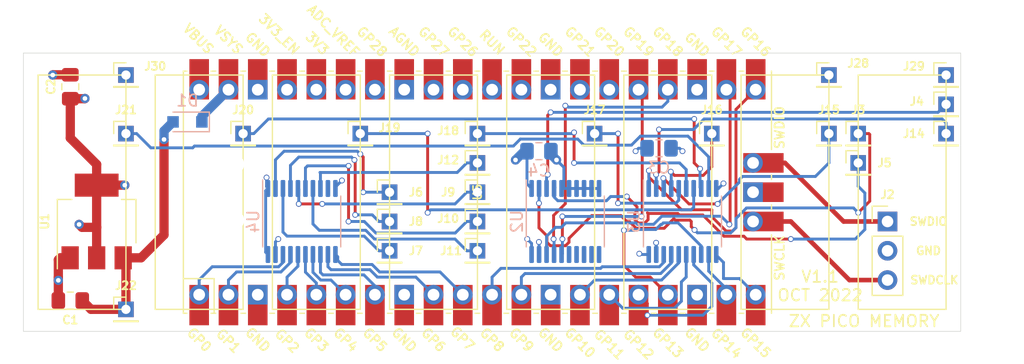
<source format=kicad_pcb>
(kicad_pcb (version 20240108) (generator "pcbnew") (generator_version "8.0")
  (layers (0 "F.Cu" signal) (1 "In1.Cu" power) (2 "In2.Cu" power) (31 "B.Cu" signal) (34 "B.Paste" user) (35 "F.Paste" user) (36 "B.SilkS" user "B.Silkscreen") (37 "F.SilkS" user "F.Silkscreen") (38 "B.Mask" user) (39 "F.Mask" user) (44 "Edge.Cuts" user))
  (net 0 "")
  (net 1 "GND")
  (net 2 "+5V")
  (net 3 "+3V3")
  (net 4 "Net-(D1-Pad1)")
  (net 5 "IO2")
  (net 6 "IO1")
  (net 7 "IO0")
  (net 8 "SWDCLK")
  (net 9 "SWDIO")
  (net 10 "ZXA0")
  (net 11 "ZXA1")
  (net 12 "ZXA2")
  (net 13 "ZXA3")
  (net 14 "ZXA4")
  (net 15 "ZXA5")
  (net 16 "ZXA6")
  (net 17 "ZXRAS")
  (net 18 "ZXCAS")
  (net 19 "ZXWRITE")
  (net 20 "ZXD7")
  (net 21 "ZXD6")
  (net 22 "ZXD5")
  (net 23 "ZXD4")
  (net 24 "ZXD3")
  (net 25 "ZXD2")
  (net 26 "ZXD1")
  (net 27 "ZXD0")
  (net 28 "WRITE")
  (net 29 "CAS")
  (net 30 "RAS")
  (net 31 "D0")
  (net 32 "D1")
  (net 33 "D2")
  (net 34 "D3")
  (net 35 "D4")
  (net 36 "D5")
  (net 37 "D6")
  (net 38 "D7")
  (net 39 "DATA_DIR")
  (net 40 "A0")
  (net 41 "A1")
  (net 42 "A2")
  (net 43 "A3")
  (net 44 "A4")
  (net 45 "A5")
  (net 46 "A6")
  (net 47 "A7")
  (net 48 "Net-(U5-Pad30)")
  (net 49 "Net-(U5-Pad35)")
  (net 50 "Net-(U5-Pad37)")
  (net 51 "Net-(U5-Pad40)")
  (net 52 "Net-(U5-Pad26)")
  (net 53 "Net-(U5-Pad27)")
  (net 54 "Net-(U5-Pad29)")
  (net 55 "Net-(U5-Pad36)")
  (footprint "Capacitor_SMD:C_0805_2012Metric_Pad1.18x1.45mm_HandSolder" (layer "F.Cu") (at 30.734 95.758 180)
    (property "Reference" "C1")
    (property "Value" "100nf")
  )
  (footprint "Capacitor_SMD:C_0805_2012Metric_Pad1.18x1.45mm_HandSolder" (layer "F.Cu") (at 30.734 77.216 90)
    (property "Reference" "C2")
    (property "Value" "100nF")
  )
  (footprint "Connector_PinHeader_2.54mm:PinHeader_1x03_P2.54mm_Vertical" (layer "F.Cu") (at 101.6 88.9)
    (property "Reference" "J2")
    (property "Value" "Conn_01x03_Female")
  )
  (footprint "Package_TO_SOT_SMD:SOT-223-3_TabPin2" (layer "F.Cu") (at 33.02 88.9 90)
    (property "Reference" "U1")
    (property "Value" "AMS1117-3.3")
  )
  (footprint "rp2040:RPi_Pico_SMD_TH" (layer "F.Cu") (at 66.04 86.36 90)
    (property "Reference" "U5")
    (property "Value" "Pico")
  )
  (footprint "Connector_PinHeader_2.00mm:PinHeader_1x01_P2.00mm_Vertical" (layer "F.Cu") (at 99.06 81.28)
    (property "Reference" "J3")
    (property "Value" "Conn_01x01_Male")
  )
  (footprint "Connector_PinHeader_2.00mm:PinHeader_1x01_P2.00mm_Vertical" (layer "F.Cu") (at 106.68 78.74)
    (property "Reference" "J4")
    (property "Value" "Conn_01x01_Male")
  )
  (footprint "Connector_PinHeader_2.00mm:PinHeader_1x01_P2.00mm_Vertical" (layer "F.Cu") (at 99.06 83.82)
    (property "Reference" "J5")
    (property "Value" "Conn_01x01_Male")
  )
  (footprint "Connector_PinHeader_2.00mm:PinHeader_1x01_P2.00mm_Vertical" (layer "F.Cu") (at 58.42 86.36)
    (property "Reference" "J6")
    (property "Value" "Conn_01x01_Male")
  )
  (footprint "Connector_PinHeader_2.00mm:PinHeader_1x01_P2.00mm_Vertical" (layer "F.Cu") (at 58.42 91.44)
    (property "Reference" "J7")
    (property "Value" "Conn_01x01_Male")
  )
  (footprint "Connector_PinHeader_2.00mm:PinHeader_1x01_P2.00mm_Vertical" (layer "F.Cu") (at 58.42 88.9)
    (property "Reference" "J8")
    (property "Value" "Conn_01x01_Male")
  )
  (footprint "Connector_PinHeader_2.00mm:PinHeader_1x01_P2.00mm_Vertical" (layer "F.Cu") (at 66.04 86.36)
    (property "Reference" "J9")
    (property "Value" "Conn_01x01_Male")
  )
  (footprint "Connector_PinHeader_2.00mm:PinHeader_1x01_P2.00mm_Vertical" (layer "F.Cu") (at 66.04 88.9)
    (property "Reference" "J10")
    (property "Value" "Conn_01x01_Male")
  )
  (footprint "Connector_PinHeader_2.00mm:PinHeader_1x01_P2.00mm_Vertical" (layer "F.Cu") (at 66.04 91.44)
    (property "Reference" "J11")
    (property "Value" "Conn_01x01_Male")
  )
  (footprint "Connector_PinHeader_2.00mm:PinHeader_1x01_P2.00mm_Vertical" (layer "F.Cu") (at 66.04 83.82)
    (property "Reference" "J12")
    (property "Value" "Conn_01x01_Male")
  )
  (footprint "Connector_PinHeader_2.00mm:PinHeader_1x01_P2.00mm_Vertical" (layer "F.Cu") (at 106.68 81.28)
    (property "Reference" "J14")
    (property "Value" "Conn_01x01_Male")
  )
  (footprint "Connector_PinHeader_2.00mm:PinHeader_1x01_P2.00mm_Vertical" (layer "F.Cu") (at 96.52 81.28)
    (property "Reference" "J15")
    (property "Value" "Conn_01x01_Male")
  )
  (footprint "Connector_PinHeader_2.00mm:PinHeader_1x01_P2.00mm_Vertical" (layer "F.Cu") (at 86.36 81.28)
    (property "Reference" "J16")
    (property "Value" "Conn_01x01_Male")
  )
  (footprint "Connector_PinHeader_2.00mm:PinHeader_1x01_P2.00mm_Vertical" (layer "F.Cu") (at 76.2 81.28)
    (property "Reference" "J17")
    (property "Value" "Conn_01x01_Male")
  )
  (footprint "Connector_PinHeader_2.00mm:PinHeader_1x01_P2.00mm_Vertical" (layer "F.Cu") (at 66.04 81.28)
    (property "Reference" "J18")
    (property "Value" "Conn_01x01_Male")
  )
  (footprint "Connector_PinHeader_2.00mm:PinHeader_1x01_P2.00mm_Vertical" (layer "F.Cu") (at 55.88 81.28)
    (property "Reference" "J19")
    (property "Value" "Conn_01x01_Male")
  )
  (footprint "Connector_PinHeader_2.00mm:PinHeader_1x01_P2.00mm_Vertical" (layer "F.Cu") (at 45.72 81.28)
    (property "Reference" "J20")
    (property "Value" "Conn_01x01_Male")
  )
  (footprint "Connector_PinHeader_2.00mm:PinHeader_1x01_P2.00mm_Vertical" (layer "F.Cu") (at 35.56 81.28)
    (property "Reference" "J21")
    (property "Value" "Conn_01x01_Male")
  )
  (footprint "Connector_PinHeader_2.00mm:PinHeader_1x01_P2.00mm_Vertical" (layer "F.Cu") (at 35.56 96.52)
    (property "Reference" "J22")
    (property "Value" "Conn_01x01_Male")
  )
  (footprint "Connector_PinHeader_2.00mm:PinHeader_1x01_P2.00mm_Vertical" (layer "F.Cu") (at 96.52 76.2)
    (property "Reference" "J28")
    (property "Value" "Conn_01x01_Male")
  )
  (footprint "Connector_PinHeader_2.00mm:PinHeader_1x01_P2.00mm_Vertical" (layer "F.Cu") (at 106.68 76.2)
    (property "Reference" "J29")
    (property "Value" "Conn_01x01_Male")
  )
  (footprint "Connector_PinHeader_2.00mm:PinHeader_1x01_P2.00mm_Vertical" (layer "F.Cu") (at 35.56 76.2)
    (property "Reference" "J30")
    (property "Value" "Conn_01x01_Male")
  )
  (footprint "Capacitor_SMD:C_0805_2012Metric_Pad1.18x1.45mm_HandSolder" (layer "B.Cu") (at 81.788 82.55)
    (property "Reference" "C3")
    (property "Value" "100nF")
  )
  (footprint "Capacitor_SMD:C_0805_2012Metric_Pad1.18x1.45mm_HandSolder" (layer "B.Cu") (at 71.374 82.804)
    (property "Reference" "C4")
    (property "Value" "100nF")
  )
  (footprint "Diode_SMD:D_SOD-323_HandSoldering" (layer "B.Cu") (at 40.894 80.264 180)
    (property "Reference" "D1")
    (property "Value" "D_Schottky")
  )
  (footprint "Package_SO:TSSOP-20_4.4x6.5mm_P0.65mm" (layer "B.Cu") (at 73.66 88.9 -90)
    (property "Reference" "U2")
    (property "Value" "74HC245")
  )
  (footprint "Package_SO:TSSOP-20_4.4x6.5mm_P0.65mm" (layer "B.Cu") (at 83.82 88.9 -90)
    (property "Reference" "U3")
    (property "Value" "74HC245")
  )
  (footprint "Package_SO:TSSOP-20_4.4x6.5mm_P0.65mm" (layer "B.Cu") (at 50.8 88.9 -90)
    (property "Reference" "U4")
    (property "Value" "74HC245")
  )
  (gr_line (start 35.56 76.2) (end 27.94 76.2) (stroke (width 0.12)) (layer "F.SilkS"))
  (gr_line (start 45.72 76.2) (end 38.1 76.2) (stroke (width 0.12)) (layer "F.SilkS"))
  (gr_line (start 55.88 76.2) (end 48.26 76.2) (stroke (width 0.12)) (layer "F.SilkS"))
  (gr_line (start 66.04 76.2) (end 58.42 76.2) (stroke (width 0.12)) (layer "F.SilkS"))
  (gr_line (start 68.58 96.52) (end 68.58 76.2) (stroke (width 0.12)) (layer "F.SilkS"))
  (gr_line (start 86.36 76.2) (end 78.74 76.2) (stroke (width 0.12)) (layer "F.SilkS"))
  (gr_line (start 96.52 76.2) (end 88.9 76.2) (stroke (width 0.12)) (layer "F.SilkS"))
  (gr_line (start 106.68 76.2) (end 99.06 76.2) (stroke (width 0.12)) (layer "F.SilkS"))
  (gr_line (start 38.1 96.52) (end 45.72 96.52) (stroke (width 0.12)) (layer "F.SilkS"))
  (gr_line (start 48.26 76.2) (end 48.26 96.52) (stroke (width 0.12)) (layer "F.SilkS"))
  (gr_line (start 27.94 96.52) (end 35.56 96.52) (stroke (width 0.12)) (layer "F.SilkS"))
  (gr_line (start 38.1 76.2) (end 38.1 96.52) (stroke (width 0.12)) (layer "F.SilkS"))
  (gr_line (start 76.2 96.52) (end 68.58 96.52) (stroke (width 0.12)) (layer "F.SilkS"))
  (gr_line (start 78.74 76.2) (end 78.74 96.52) (stroke (width 0.12)) (layer "F.SilkS"))
  (gr_line (start 106.68 96.52) (end 106.68 76.2) (stroke (width 0.12)) (layer "F.SilkS"))
  (gr_line (start 88.9 96.52) (end 96.52 96.52) (stroke (width 0.12)) (layer "F.SilkS"))
  (gr_line (start 66.04 96.52) (end 66.04 76.2) (stroke (width 0.12)) (layer "F.SilkS"))
  (gr_line (start 99.06 76.2) (end 99.06 96.52) (stroke (width 0.12)) (layer "F.SilkS"))
  (gr_line (start 99.06 96.52) (end 106.68 96.52) (stroke (width 0.12)) (layer "F.SilkS"))
  (gr_line (start 58.42 96.52) (end 66.04 96.52) (stroke (width 0.12)) (layer "F.SilkS"))
  (gr_line (start 35.56 96.52) (end 35.56 76.2) (stroke (width 0.12)) (layer "F.SilkS"))
  (gr_line (start 76.2 76.2) (end 76.2 96.52) (stroke (width 0.12)) (layer "F.SilkS"))
  (gr_line (start 86.36 96.52) (end 86.36 76.2) (stroke (width 0.12)) (layer "F.SilkS"))
  (gr_line (start 68.58 76.2) (end 76.2 76.2) (stroke (width 0.12)) (layer "F.SilkS"))
  (gr_line (start 55.88 96.52) (end 55.88 76.2) (stroke (width 0.12)) (layer "F.SilkS"))
  (gr_line (start 78.74 96.52) (end 86.36 96.52) (stroke (width 0.12)) (layer "F.SilkS"))
  (gr_line (start 27.94 76.2) (end 27.94 96.52) (stroke (width 0.12)) (layer "F.SilkS"))
  (gr_line (start 96.52 96.52) (end 96.52 76.2) (stroke (width 0.12)) (layer "F.SilkS"))
  (gr_line (start 58.42 76.2) (end 58.42 96.52) (stroke (width 0.12)) (layer "F.SilkS"))
  (gr_line (start 48.26 96.52) (end 55.88 96.52) (stroke (width 0.12)) (layer "F.SilkS"))
  (gr_line (start 45.72 96.52) (end 45.72 76.2) (stroke (width 0.12)) (layer "F.SilkS"))
  (gr_line (start 88.9 76.2) (end 88.9 96.52) (stroke (width 0.12)) (layer "F.SilkS"))
  (gr_line (start 26.67 98.425) (end 26.67 74.295) (stroke (width 0.05)) (layer "Edge.Cuts"))
  (gr_line (start 26.67 74.295) (end 107.95 74.295) (stroke (width 0.05)) (layer "Edge.Cuts"))
  (gr_line (start 107.95 74.295) (end 107.95 98.425) (stroke (width 0.05)) (layer "Edge.Cuts"))
  (gr_line (start 107.95 98.425) (end 26.67 98.425) (stroke (width 0.05)) (layer "Edge.Cuts"))
  (gr_text "ZX PICO MEMORY" (at 99.568 97.536 0) (layer "F.SilkS") (effects (font (size 1 1))))
  (gr_text "SWDIO" (at 105.156 88.9 0) (layer "F.SilkS") (effects (font (size 0.7 0.7))))
  (gr_text "GND" (at 105.156 91.44 0) (layer "F.SilkS") (effects (font (size 0.7 0.7))))
  (gr_text "V1.1\nOCT 2022" (at 95.758 94.488 0) (layer "F.SilkS") (effects (font (size 1 1))))
  (gr_text "SWDCLK" (at 105.664 93.98 0) (layer "F.SilkS") (effects (font (size 0.7 0.7))))
  (segment (start 29.6965 94.0015) (end 29.6965 95.758) (width 0.8) (layer "F.Cu") (net 1))
  (segment (start 30.734 76.1785) (end 29.2315 76.1785) (width 0.8) (layer "F.Cu") (net 1))
  (segment (start 29.6965 93.7475) (end 29.6965 94.0015) (width 0.8) (layer "F.Cu") (net 1))
  (segment (start 29.87 92.05) (end 29.6965 92.2235) (width 0.8) (layer "F.Cu") (net 1))
  (segment (start 29.6965 92.2235) (end 29.6965 93.7475) (width 0.8) (layer "F.Cu") (net 1))
  (segment (start 30.72 92.05) (end 29.87 92.05) (width 0.8) (layer "F.Cu") (net 1))
  (segment (start 29.2315 76.1785) (end 29.21 76.2) (width 0.8) (layer "F.Cu") (net 1))
  (via (at 72.898 83.566) (size 0.8) (drill 0.4) (layers "F.Cu" "B.Cu") (net 1))
  (via (at 48.768 90.424) (size 0.5) (drill 0.35) (layers "F.Cu" "B.Cu") (net 1))
  (via (at 54.289 85.344) (size 0.5) (drill 0.35) (layers "F.Cu" "B.Cu") (net 1))
  (via (at 81.534 90.745) (size 0.5) (drill 0.35) (layers "F.Cu" "B.Cu") (net 1))
  (via (at 87.376 85.598) (size 0.5) (drill 0.35) (layers "F.Cu" "B.Cu") (net 1))
  (via (at 29.6965 94.0015) (size 0.8) (drill 0.4) (layers "F.Cu" "B.Cu") (net 1))
  (via (at 83.82 82.804) (size 0.5) (drill 0.35) (layers "F.Cu" "B.Cu") (net 1))
  (via (at 71.374 90.678) (size 0.5) (drill 0.35) (layers "F.Cu" "B.Cu") (net 1))
  (via (at 29.21 76.2) (size 0.8) (drill 0.4) (layers "F.Cu" "B.Cu") (net 1))
  (segment (start 73.335 86.0375) (end 73.535 85.8375) (width 0.25) (layer "B.Cu") (net 1))
  (segment (start 71.385 90.689) (end 71.374 90.678) (width 0.25) (layer "B.Cu") (net 1))
  (segment (start 83.566 82.55) (end 83.82 82.804) (width 0.25) (layer "B.Cu") (net 1))
  (segment (start 73.985 86.0375) (end 76.585 86.0375) (width 0.25) (layer "B.Cu") (net 1))
  (segment (start 71.385 91.7625) (end 71.385 90.689) (width 0.25) (layer "B.Cu") (net 1))
  (segment (start 48.525 91.7625) (end 48.525 90.667) (width 0.25) (layer "B.Cu") (net 1))
  (segment (start 81.545 91.7625) (end 81.545 90.756) (width 0.25) (layer "B.Cu") (net 1))
  (segment (start 48.525 90.667) (end 48.768 90.424) (width 0.25) (layer "B.Cu") (net 1))
  (segment (start 53.725 86.0375) (end 53.725 85.908) (width 0.25) (layer "B.Cu") (net 1))
  (segment (start 53.725 85.908) (end 54.289 85.344) (width 0.25) (layer "B.Cu") (net 1))
  (segment (start 86.9365 86.0375) (end 87.376 85.598) (width 0.25) (layer "B.Cu") (net 1))
  (segment (start 81.545 90.756) (end 81.534 90.745) (width 0.25) (layer "B.Cu") (net 1))
  (segment (start 86.745 86.0375) (end 86.9365 86.0375) (width 0.25) (layer "B.Cu") (net 1))
  (segment (start 72.4115 83.0795) (end 72.898 83.566) (width 0.8) (layer "B.Cu") (net 1))
  (segment (start 72.4115 82.804) (end 72.4115 83.0795) (width 0.8) (layer "B.Cu") (net 1))
  (segment (start 82.8255 82.55) (end 83.566 82.55) (width 0.25) (layer "B.Cu") (net 1))
  (segment (start 73.297999 83.965999) (end 72.898 83.566) (width 0.25) (layer "B.Cu") (net 1))
  (segment (start 73.535 84.203) (end 73.297999 83.965999) (width 0.25) (layer "B.Cu") (net 1))
  (segment (start 73.535 85.8375) (end 73.535 84.203) (width 0.25) (layer "B.Cu") (net 1))
  (segment (start 73.335 86.0375) (end 73.985 86.0375) (width 0.25) (layer "B.Cu") (net 1))
  (segment (start 38.862 90.058) (end 38.862 81.788) (width 0.8) (layer "F.Cu") (net 2))
  (segment (start 36.87 92.05) (end 38.862 90.058) (width 0.8) (layer "F.Cu") (net 2))
  (segment (start 35.32 92.05) (end 36.87 92.05) (width 0.8) (layer "F.Cu") (net 2))
  (segment (start 32.5335 96.52) (end 31.7715 95.758) (width 0.8) (layer "F.Cu") (net 2))
  (segment (start 35.56 96.52) (end 32.5335 96.52) (width 0.8) (layer "F.Cu") (net 2))
  (segment (start 35.56 92.29) (end 35.32 92.05) (width 0.8) (layer "F.Cu") (net 2))
  (segment (start 35.56 96.52) (end 35.56 92.29) (width 0.8) (layer "F.Cu") (net 2))
  (via (at 38.862 81.788) (size 0.8) (drill 0.4) (layers "F.Cu" "B.Cu") (net 2))
  (segment (start 38.862 81.788) (end 38.862 81.046) (width 0.8) (layer "B.Cu") (net 2))
  (segment (start 38.862 81.046) (end 39.644 80.264) (width 0.8) (layer "B.Cu") (net 2))
  (segment (start 35.458 85.75) (end 35.458 85.75) (width 0.8) (layer "F.Cu") (net 3))
  (segment (start 31.75 89.408) (end 31.496 89.154) (width 0.8) (layer "F.Cu") (net 3))
  (segment (start 33.02 92.05) (end 33.02 89.408) (width 0.8) (layer "F.Cu") (net 3))
  (segment (start 33.02 89.408) (end 33.02 85.75) (width 0.8) (layer "F.Cu") (net 3))
  (segment (start 33.02 83.95) (end 30.734 81.664) (width 0.8) (layer "F.Cu") (net 3))
  (segment (start 31.9825 78.2535) (end 32.004 78.232) (width 0.8) (layer "F.Cu") (net 3))
  (segment (start 30.734 81.664) (end 30.734 78.2535) (width 0.8) (layer "F.Cu") (net 3))
  (segment (start 33.02 89.408) (end 31.75 89.408) (width 0.8) (layer "F.Cu") (net 3))
  (segment (start 30.734 78.2535) (end 31.9825 78.2535) (width 0.8) (layer "F.Cu") (net 3))
  (segment (start 33.02 85.75) (end 35.458 85.75) (width 0.8) (layer "F.Cu") (net 3))
  (segment (start 33.02 85.75) (end 33.02 83.95) (width 0.8) (layer "F.Cu") (net 3))
  (via (at 79.756 82.804) (size 0.5) (drill 0.35) (layers "F.Cu" "B.Cu") (net 3))
  (via (at 80.077 91.694) (size 0.5) (drill 0.35) (layers "F.Cu" "B.Cu") (net 3))
  (via (at 31.496 89.154) (size 0.8) (drill 0.4) (layers "F.Cu" "B.Cu") (net 3))
  (via (at 32.004 78.232) (size 0.8) (drill 0.4) (layers "F.Cu" "B.Cu") (net 3))
  (via (at 47.752 85.09) (size 0.5) (drill 0.35) (layers "F.Cu" "B.Cu") (net 3))
  (via (at 70.358 90.424) (size 0.5) (drill 0.35) (layers "F.Cu" "B.Cu") (net 3))
  (via (at 69.342 83.566) (size 0.8) (drill 0.4) (layers "F.Cu" "B.Cu") (net 3))
  (via (at 35.458 85.75) (size 0.8) (drill 0.4) (layers "F.Cu" "B.Cu") (net 3))
  (segment (start 47.875 85.983) (end 47.752 85.86) (width 0.25) (layer "B.Cu") (net 3))
  (segment (start 80.01 82.55) (end 79.756 82.804) (width 0.25) (layer "B.Cu") (net 3))
  (segment (start 80.1455 91.7625) (end 80.077 91.694) (width 0.25) (layer "B.Cu") (net 3))
  (segment (start 47.675 86.2375) (end 47.675 91.5625) (width 0.25) (layer "B.Cu") (net 3))
  (segment (start 80.7505 82.55) (end 80.01 82.55) (width 0.25) (layer "B.Cu") (net 3))
  (segment (start 70.3365 85.639) (end 70.3365 82.804) (width 0.25) (layer "B.Cu") (net 3))
  (segment (start 70.3365 82.804) (end 70.104 82.804) (width 0.8) (layer "B.Cu") (net 3))
  (segment (start 70.735 91.7625) (end 70.735 90.801) (width 0.25) (layer "B.Cu") (net 3))
  (segment (start 47.875 86.0375) (end 47.875 85.983) (width 0.25) (layer "B.Cu") (net 3))
  (segment (start 47.752 85.86) (end 47.752 85.09) (width 0.25) (layer "B.Cu") (net 3))
  (segment (start 80.895 91.7625) (end 80.1455 91.7625) (width 0.25) (layer "B.Cu") (net 3))
  (segment (start 70.735 86.0375) (end 70.3365 85.639) (width 0.25) (layer "B.Cu") (net 3))
  (segment (start 70.104 82.804) (end 69.342 83.566) (width 0.8) (layer "B.Cu") (net 3))
  (segment (start 47.875 86.0375) (end 47.675 86.2375) (width 0.25) (layer "B.Cu") (net 3))
  (segment (start 70.735 90.801) (end 70.358 90.424) (width 0.25) (layer "B.Cu") (net 3))
  (segment (start 47.675 91.5625) (end 47.875 91.7625) (width 0.25) (layer "B.Cu") (net 3))
  (segment (start 42.144 80.264) (end 42.144 79.776) (width 0.8) (layer "B.Cu") (net 4))
  (segment (start 42.144 79.776) (end 44.45 77.47) (width 0.8) (layer "B.Cu") (net 4))
  (segment (start 98.298 93.98) (end 101.6 93.98) (width 0.4) (layer "F.Cu") (net 8))
  (segment (start 89.94 88.9) (end 93.218 88.9) (width 0.4) (layer "F.Cu") (net 8))
  (segment (start 93.218 88.9) (end 98.298 93.98) (width 0.4) (layer "F.Cu") (net 8))
  (segment (start 89.94 83.82) (end 92.71 83.82) (width 0.4) (layer "F.Cu") (net 9))
  (segment (start 97.79 88.9) (end 101.6 88.9) (width 0.4) (layer "F.Cu") (net 9))
  (segment (start 92.71 83.82) (end 97.79 88.9) (width 0.4) (layer "F.Cu") (net 9))
  (segment (start 56.134 83.312) (end 55.88 83.058) (width 0.25) (layer "F.Cu") (net 10))
  (segment (start 56.134 86.36) (end 56.134 83.312) (width 0.25) (layer "F.Cu") (net 10))
  (via (at 55.88 83.058) (size 0.5) (drill 0.35) (layers "F.Cu" "B.Cu") (net 10))
  (via (at 56.134 86.36) (size 0.5) (drill 0.35) (layers "F.Cu" "B.Cu") (net 10))
  (segment (start 55.88 83.058) (end 55.630001 82.808001) (width 0.25) (layer "B.Cu") (net 10))
  (segment (start 49.271999 82.808001) (end 48.525 83.555) (width 0.25) (layer "B.Cu") (net 10))
  (segment (start 55.630001 82.808001) (end 49.271999 82.808001) (width 0.25) (layer "B.Cu") (net 10))
  (segment (start 48.525 83.555) (end 48.525 86.0375) (width 0.25) (layer "B.Cu") (net 10))
  (segment (start 58.42 86.36) (end 56.134 86.36) (width 0.25) (layer "B.Cu") (net 10))
  (segment (start 57.495 91.44) (end 56.225 90.17) (width 0.25) (layer "B.Cu") (net 11))
  (segment (start 49.53 90.17) (end 49.175 89.815) (width 0.25) (layer "B.Cu") (net 11))
  (segment (start 56.225 90.17) (end 49.53 90.17) (width 0.25) (layer "B.Cu") (net 11))
  (segment (start 58.42 91.44) (end 57.495 91.44) (width 0.25) (layer "B.Cu") (net 11))
  (segment (start 49.175 89.815) (end 49.175 86.0375) (width 0.25) (layer "B.Cu") (net 11))
  (segment (start 55.439 83.633) (end 55.372 83.566) (width 0.25) (layer "F.Cu") (net 12))
  (segment (start 55.439 88.325) (end 55.439 83.633) (width 0.25) (layer "F.Cu") (net 12))
  (via (at 55.372 83.566) (size 0.5) (drill 0.35) (layers "F.Cu" "B.Cu") (net 12))
  (via (at 55.439 88.325) (size 0.5) (drill 0.35) (layers "F.Cu" "B.Cu") (net 12))
  (segment (start 55.122001 83.316001) (end 50.541999 83.316001) (width 0.25) (layer "B.Cu") (net 12))
  (segment (start 50.541999 83.316001) (end 49.825 84.033) (width 0.25) (layer "B.Cu") (net 12))
  (segment (start 57.495 88.9) (end 56.92 88.325) (width 0.25) (layer "B.Cu") (net 12))
  (segment (start 58.42 88.9) (end 57.495 88.9) (width 0.25) (layer "B.Cu") (net 12))
  (segment (start 56.92 88.325) (end 55.439 88.325) (width 0.25) (layer "B.Cu") (net 12))
  (segment (start 49.825 84.033) (end 49.825 86.0375) (width 0.25) (layer "B.Cu") (net 12))
  (segment (start 55.372 83.566) (end 55.122001 83.316001) (width 0.25) (layer "B.Cu") (net 12))
  (segment (start 52.578 87.376) (end 50.546 87.376) (width 0.25) (layer "F.Cu") (net 13))
  (via (at 52.578 87.376) (size 0.5) (drill 0.35) (layers "F.Cu" "B.Cu") (net 13))
  (via (at 50.546 87.376) (size 0.5) (drill 0.35) (layers "F.Cu" "B.Cu") (net 13))
  (segment (start 50.546 87.376) (end 50.546 86.1085) (width 0.25) (layer "B.Cu") (net 13))
  (segment (start 65.115 86.36) (end 64.099 87.376) (width 0.25) (layer "B.Cu") (net 13))
  (segment (start 64.099 87.376) (end 52.578 87.376) (width 0.25) (layer "B.Cu") (net 13))
  (segment (start 50.546 86.1085) (end 50.475 86.0375) (width 0.25) (layer "B.Cu") (net 13))
  (segment (start 66.04 86.36) (end 65.115 86.36) (width 0.25) (layer "B.Cu") (net 13))
  (segment (start 54.864 88.9) (end 54.864 84.074) (width 0.25) (layer "F.Cu") (net 14))
  (via (at 54.864 84.074) (size 0.5) (drill 0.35) (layers "F.Cu" "B.Cu") (net 14))
  (via (at 54.864 88.9) (size 0.5) (drill 0.35) (layers "F.Cu" "B.Cu") (net 14))
  (segment (start 57.227821 89.900001) (end 56.22782 88.9) (width 0.25) (layer "B.Cu") (net 14))
  (segment (start 64.114999 89.900001) (end 57.227821 89.900001) (width 0.25) (layer "B.Cu") (net 14))
  (segment (start 66.04 88.9) (end 65.115 88.9) (width 0.25) (layer "B.Cu") (net 14))
  (segment (start 65.115 88.9) (end 64.114999 89.900001) (width 0.25) (layer "B.Cu") (net 14))
  (segment (start 56.22782 88.9) (end 54.864 88.9) (width 0.25) (layer "B.Cu") (net 14))
  (segment (start 51.125 84.257) (end 51.125 86.0375) (width 0.25) (layer "B.Cu") (net 14))
  (segment (start 54.864 84.074) (end 51.308 84.074) (width 0.25) (layer "B.Cu") (net 14))
  (segment (start 51.308 84.074) (end 51.125 84.257) (width 0.25) (layer "B.Cu") (net 14))
  (segment (start 65.115 91.44) (end 64.099 90.424) (width 0.25) (layer "B.Cu") (net 15))
  (segment (start 57.11541 90.424) (end 56.35341 89.662) (width 0.25) (layer "B.Cu") (net 15))
  (segment (start 56.35341 89.662) (end 52.324 89.662) (width 0.25) (layer "B.Cu") (net 15))
  (segment (start 64.099 90.424) (end 57.11541 90.424) (width 0.25) (layer "B.Cu") (net 15))
  (segment (start 66.04 91.44) (end 65.115 91.44) (width 0.25) (layer "B.Cu") (net 15))
  (segment (start 51.775 89.113) (end 51.775 86.0375) (width 0.25) (layer "B.Cu") (net 15))
  (segment (start 52.324 89.662) (end 51.775 89.113) (width 0.25) (layer "B.Cu") (net 15))
  (segment (start 52.425 84.683) (end 52.425 86.0375) (width 0.25) (layer "B.Cu") (net 16))
  (segment (start 64.285999 84.649001) (end 52.391001 84.649001) (width 0.25) (layer "B.Cu") (net 16))
  (segment (start 65.115 83.82) (end 64.285999 84.649001) (width 0.25) (layer "B.Cu") (net 16))
  (segment (start 52.391001 84.649001) (end 52.425 84.683) (width 0.25) (layer "B.Cu") (net 16))
  (segment (start 66.04 83.82) (end 65.115 83.82) (width 0.25) (layer "B.Cu") (net 16))
  (segment (start 89.144989 90.179011) (end 89.389978 90.424) (width 0.25) (layer "F.Cu") (net 17))
  (segment (start 83.544598 88.33401) (end 85.576598 88.33401) (width 0.25) (layer "F.Cu") (net 17))
  (segment (start 79.987999 89.038002) (end 80.540001 89.038002) (width 0.25) (layer "F.Cu") (net 17))
  (segment (start 89.389978 90.424) (end 93.218 90.424) (width 0.25) (layer "F.Cu") (net 17))
  (segment (start 80.540001 89.038002) (end 80.839001 88.739002) (width 0.25) (layer "F.Cu") (net 17))
  (segment (start 79.880991 87.995008) (end 79.688999 88.187) (width 0.25) (layer "F.Cu") (net 17))
  (segment (start 80.839001 88.205001) (end 83.415589 88.205001) (width 0.25) (layer "F.Cu") (net 17))
  (segment (start 79.688999 88.739002) (end 79.987999 89.038002) (width 0.25) (layer "F.Cu") (net 17))
  (segment (start 87.421599 90.179011) (end 89.144989 90.179011) (width 0.25) (layer "F.Cu") (net 17))
  (segment (start 83.415589 88.205001) (end 83.544598 88.33401) (width 0.25) (layer "F.Cu") (net 17))
  (segment (start 79.688999 88.187) (end 79.688999 88.739002) (width 0.25) (layer "F.Cu") (net 17))
  (segment (start 78.994 86.738001) (end 79.880991 87.624992) (width 0.25) (layer "F.Cu") (net 17))
  (segment (start 80.839001 88.739002) (end 80.839001 88.205001) (width 0.25) (layer "F.Cu") (net 17))
  (segment (start 80.839001 88.205001) (end 80.781011 88.147011) (width 0.25) (layer "F.Cu") (net 17))
  (segment (start 85.576598 88.33401) (end 87.421599 90.179011) (width 0.25) (layer "F.Cu") (net 17))
  (segment (start 79.880991 87.624992) (end 79.880991 87.995008) (width 0.25) (layer "F.Cu") (net 17))
  (via (at 78.994 86.738001) (size 0.5) (drill 0.35) (layers "F.Cu" "B.Cu") (net 17))
  (via (at 93.218 90.424) (size 0.5) (drill 0.35) (layers "F.Cu" "B.Cu") (net 17))
  (segment (start 72.685 86.775) (end 73.01001 87.10001) (width 0.25) (layer "B.Cu") (net 17))
  (segment (start 99.635001 86.427001) (end 99.06 85.852) (width 0.25) (layer "B.Cu") (net 17))
  (segment (start 73.01001 87.10001) (end 77.230989 87.10001) (width 0.25) (layer "B.Cu") (net 17))
  (segment (start 77.230989 87.10001) (end 77.592998 86.738001) (width 0.25) (layer "B.Cu") (net 17))
  (segment (start 93.218 90.424) (end 98.806 90.424) (width 0.25) (layer "B.Cu") (net 17))
  (segment (start 99.06 85.852) (end 99.06 83.82) (width 0.25) (layer "B.Cu") (net 17))
  (segment (start 72.685 86.0375) (end 72.762101 85.960399) (width 0.25) (layer "B.Cu") (net 17))
  (segment (start 72.685 86.0375) (end 72.685 86.775) (width 0.25) (layer "B.Cu") (net 17))
  (segment (start 77.592998 86.738001) (end 78.994 86.738001) (width 0.25) (layer "B.Cu") (net 17))
  (segment (start 98.806 90.424) (end 99.635001 89.594999) (width 0.25) (layer "B.Cu") (net 17))
  (segment (start 99.635001 89.594999) (end 99.635001 86.427001) (width 0.25) (layer "B.Cu") (net 17))
  (segment (start 72.136 79.689) (end 72.39 79.435) (width 0.25) (layer "F.Cu") (net 18))
  (segment (start 72.136 84.836) (end 72.136 79.689) (width 0.25) (layer "F.Cu") (net 18))
  (via (at 72.39 79.435) (size 0.5) (drill 0.35) (layers "F.Cu" "B.Cu") (net 18))
  (via (at 72.136 84.836) (size 0.5) (drill 0.35) (layers "F.Cu" "B.Cu") (net 18))
  (segment (start 105.985 79.435) (end 106.68 78.74) (width 0.25) (layer "B.Cu") (net 18))
  (segment (start 72.39 79.435) (end 105.985 79.435) (width 0.25) (layer "B.Cu") (net 18))
  (segment (start 72.035 86.0375) (end 72.035 84.937) (width 0.25) (layer "B.Cu") (net 18))
  (segment (start 72.035 84.937) (end 72.136 84.836) (width 0.25) (layer "B.Cu") (net 18))
  (segment (start 73.682001 90.999001) (end 72.367999 90.999001) (width 0.25) (layer "F.Cu") (net 19))
  (segment (start 84.582 89.348826) (end 84.582 88.9) (width 0.25) (layer "F.Cu") (net 19))
  (segment (start 100.060001 87.137999) (end 100.060001 81.355001) (width 0.25) (layer "F.Cu") (net 19))
  (segment (start 82.23401 89.488012) (end 79.801598 89.488011) (width 0.25) (layer "F.Cu") (net 19))
  (segment (start 78.486 88.392) (end 75.946 88.392) (width 0.25) (layer "F.Cu") (net 19))
  (segment (start 72.068999 90.147999) (end 71.374 89.453) (width 0.25) (layer "F.Cu") (net 19))
  (segment (start 99.06 88.138) (end 100.060001 87.137999) (width 0.25) (layer "F.Cu") (net 19))
  (segment (start 79.238989 88.925402) (end 79.019402 88.925402) (width 0.25) (layer "F.Cu") (net 19))
  (segment (start 99.985 81.28) (end 99.06 81.28) (width 0.25) (layer "F.Cu") (net 19))
  (segment (start 100.060001 81.355001) (end 99.985 81.28) (width 0.25) (layer "F.Cu") (net 19))
  (segment (start 72.367999 90.999001) (end 72.068999 90.700001) (width 0.25) (layer "F.Cu") (net 19))
  (segment (start 75.946 88.392) (end 73.981001 90.356999) (width 0.25) (layer "F.Cu") (net 19))
  (segment (start 84.865587 89.632413) (end 84.582 89.348826) (width 0.25) (layer "F.Cu") (net 19))
  (segment (start 79.801598 89.488011) (end 79.238989 88.925402) (width 0.25) (layer "F.Cu") (net 19))
  (segment (start 73.981001 90.356999) (end 73.981001 90.700001) (width 0.25) (layer "F.Cu") (net 19))
  (segment (start 84.582 88.9) (end 84.46602 88.78402) (width 0.25) (layer "F.Cu") (net 19))
  (segment (start 83.067011 88.655011) (end 82.23401 89.488012) (width 0.25) (layer "F.Cu") (net 19))
  (segment (start 73.981001 90.700001) (end 73.682001 90.999001) (width 0.25) (layer "F.Cu") (net 19))
  (segment (start 84.46602 88.78402) (end 83.19602 88.78402) (width 0.25) (layer "F.Cu") (net 19))
  (segment (start 71.374 89.453) (end 71.374 87.313001) (width 0.25) (layer "F.Cu") (net 19))
  (segment (start 83.19602 88.78402) (end 83.067011 88.655011) (width 0.25) (layer "F.Cu") (net 19))
  (segment (start 72.068999 90.700001) (end 72.068999 90.147999) (width 0.25) (layer "F.Cu") (net 19))
  (segment (start 79.019402 88.925402) (end 78.486 88.392) (width 0.25) (layer "F.Cu") (net 19))
  (via (at 84.865587 89.632413) (size 0.5) (drill 0.35) (layers "F.Cu" "B.Cu") (net 19))
  (via (at 71.374 87.313001) (size 0.5) (drill 0.35) (layers "F.Cu" "B.Cu") (net 19))
  (via (at 99.06 88.138) (size 0.5) (drill 0.35) (layers "F.Cu" "B.Cu") (net 19))
  (segment (start 84.865587 89.632413) (end 85.115586 89.882412) (width 0.25) (layer "B.Cu") (net 19))
  (segment (start 71.385 87.302001) (end 71.374 87.313001) (width 0.25) (layer "B.Cu") (net 19))
  (segment (start 98.646999 87.724999) (end 99.06 88.138) (width 0.25) (layer "B.Cu") (net 19))
  (segment (start 88.00659 89.882412) (end 88.459001 89.430001) (width 0.25) (layer "B.Cu") (net 19))
  (segment (start 88.459001 89.430001) (end 88.459001 88.641997) (width 0.25) (layer "B.Cu") (net 19))
  (segment (start 89.375999 87.724999) (end 98.646999 87.724999) (width 0.25) (layer "B.Cu") (net 19))
  (segment (start 71.385 86.0375) (end 71.385 87.302001) (width 0.25) (layer "B.Cu") (net 19))
  (segment (start 88.459001 88.641997) (end 89.375999 87.724999) (width 0.25) (layer "B.Cu") (net 19))
  (segment (start 85.115586 89.882412) (end 88.00659 89.882412) (width 0.25) (layer "B.Cu") (net 19))
  (segment (start 79.394809 82.280001) (end 80.17482 81.49999) (width 0.25) (layer "B.Cu") (net 20))
  (segment (start 69.76082 81.75399) (end 74.738988 81.75399) (width 0.25) (layer "B.Cu") (net 20))
  (segment (start 41.504007 82.357991) (end 69.156819 82.357991) (width 0.25) (layer "B.Cu") (net 20))
  (segment (start 41.348997 82.513001) (end 41.504007 82.357991) (width 0.25) (layer "B.Cu") (net 20))
  (segment (start 37.718001 82.513001) (end 41.348997 82.513001) (width 0.25) (layer "B.Cu") (net 20))
  (segment (start 75.264999 82.280001) (end 79.394809 82.280001) (width 0.25) (layer "B.Cu") (net 20))
  (segment (start 84.29399 81.49999) (end 86.095 83.301) (width 0.25) (layer "B.Cu") (net 20))
  (segment (start 36.485 81.28) (end 37.718001 82.513001) (width 0.25) (layer "B.Cu") (net 20))
  (segment (start 80.17482 81.49999) (end 84.29399 81.49999) (width 0.25) (layer "B.Cu") (net 20))
  (segment (start 35.56 81.28) (end 36.485 81.28) (width 0.25) (layer "B.Cu") (net 20))
  (segment (start 74.738988 81.75399) (end 75.264999 82.280001) (width 0.25) (layer "B.Cu") (net 20))
  (segment (start 69.156819 82.357991) (end 69.76082 81.75399) (width 0.25) (layer "B.Cu") (net 20))
  (segment (start 86.095 83.301) (end 86.095 86.0375) (width 0.25) (layer "B.Cu") (net 20))
  (segment (start 84.836 83.82) (end 85.344 84.328) (width 0.25) (layer "F.Cu") (net 21))
  (segment (start 84.836 80.01) (end 84.836 83.82) (width 0.25) (layer "F.Cu") (net 21))
  (via (at 85.344 84.328) (size 0.5) (drill 0.35) (layers "F.Cu" "B.Cu") (net 21))
  (via (at 84.836 80.01) (size 0.5) (drill 0.35) (layers "F.Cu" "B.Cu") (net 21))
  (segment (start 85.344 85.9365) (end 85.445 86.0375) (width 0.25) (layer "B.Cu") (net 21))
  (segment (start 85.344 84.328) (end 85.344 85.9365) (width 0.25) (layer "B.Cu") (net 21))
  (segment (start 47.915 80.01) (end 84.836 80.01) (width 0.25) (layer "B.Cu") (net 21))
  (segment (start 46.645 81.28) (end 47.915 80.01) (width 0.25) (layer "B.Cu") (net 21))
  (segment (start 45.72 81.28) (end 46.645 81.28) (width 0.25) (layer "B.Cu") (net 21))
  (segment (start 61.722 81.28) (end 61.722 88.138) (width 0.25) (layer "F.Cu") (net 22))
  (via (at 61.722 88.138) (size 0.5) (drill 0.35) (layers "F.Cu" "B.Cu") (net 22))
  (via (at 61.722 81.28) (size 0.5) (drill 0.35) (layers "F.Cu" "B.Cu") (net 22))
  (segment (start 55.88 81.28) (end 61.722 81.28) (width 0.25) (layer "B.Cu") (net 22))
  (segment (start 61.722 88.138) (end 61.971999 87.888001) (width 0.25) (layer "B.Cu") (net 22))
  (segment (start 84.795 87.671) (end 84.795 86.0375) (width 0.25) (layer "B.Cu") (net 22))
  (segment (start 84.577999 87.888001) (end 84.795 87.671) (width 0.25) (layer "B.Cu") (net 22))
  (segment (start 61.971999 87.888001) (end 84.577999 87.888001) (width 0.25) (layer "B.Cu") (net 22))
  (segment (start 74.419341 83.817341) (end 74.422 83.82) (width 0.25) (layer "F.Cu") (net 23))
  (segment (start 74.419341 81.17899) (end 74.419341 83.817341) (width 0.25) (layer "F.Cu") (net 23))
  (via (at 74.419341 81.17899) (size 0.5) (drill 0.35) (layers "F.Cu" "B.Cu") (net 23))
  (via (at 74.422 83.82) (size 0.5) (drill 0.35) (layers "F.Cu" "B.Cu") (net 23))
  (segment (start 74.422 83.82) (end 83.566 83.82) (width 0.25) (layer "B.Cu") (net 23))
  (segment (start 74.318331 81.28) (end 74.419341 81.17899) (width 0.25) (layer "B.Cu") (net 23))
  (segment (start 83.566 83.82) (end 84.145 84.399) (width 0.25) (layer "B.Cu") (net 23))
  (segment (start 66.04 81.28) (end 74.318331 81.28) (width 0.25) (layer "B.Cu") (net 23))
  (segment (start 84.145 84.399) (end 84.145 86.0375) (width 0.25) (layer "B.Cu") (net 23))
  (segment (start 78.232 81.28) (end 78.232 87.313001) (width 0.25) (layer "F.Cu") (net 24))
  (via (at 78.232 81.28) (size 0.5) (drill 0.35) (layers "F.Cu" "B.Cu") (net 24))
  (via (at 78.232 87.313001) (size 0.5) (drill 0.35) (layers "F.Cu" "B.Cu") (net 24))
  (segment (start 83.495 87.067002) (end 83.495 86.0375) (width 0.25) (layer "B.Cu") (net 24))
  (segment (start 76.2 81.28) (end 78.232 81.28) (width 0.25) (layer "B.Cu") (net 24))
  (segment (start 78.232 87.313001) (end 83.249001 87.313001) (width 0.25) (layer "B.Cu") (net 24))
  (segment (start 83.249001 87.313001) (end 83.495 87.067002) (width 0.25) (layer "B.Cu") (net 24))
  (segment (start 82.804 84.582) (end 83.125001 84.903001) (width 0.25) (layer "F.Cu") (net 25))
  (segment (start 85.620001 84.903001) (end 86.36 84.163002) (width 0.25) (layer "F.Cu") (net 25))
  (segment (start 86.36 82.205) (end 86.36 81.28) (width 0.25) (layer "F.Cu") (net 25))
  (segment (start 86.36 84.163002) (end 86.36 82.205) (width 0.25) (layer "F.Cu") (net 25))
  (segment (start 83.125001 84.903001) (end 85.620001 84.903001) (width 0.25) (layer "F.Cu") (net 25))
  (via (at 82.804 84.582) (size 0.5) (drill 0.35) (layers "F.Cu" "B.Cu") (net 25))
  (segment (start 82.845 86.0375) (end 82.845 84.623) (width 0.25) (layer "B.Cu") (net 25))
  (segment (start 82.845 84.623) (end 82.804 84.582) (width 0.25) (layer "B.Cu") (net 25))
  (segment (start 82.160101 85.14905) (end 84.387051 87.376) (width 0.25) (layer "F.Cu") (net 26))
  (segment (start 84.387051 87.376) (end 86.868 87.376) (width 0.25) (layer "F.Cu") (net 26))
  (via (at 86.868 87.376) (size 0.5) (drill 0.35) (layers "F.Cu" "B.Cu") (net 26))
  (via (at 82.160101 85.14905) (size 0.5) (drill 0.35) (layers "F.Cu" "B.Cu") (net 26))
  (segment (start 82.195 86.0375) (end 82.195 85.183949) (width 0.25) (layer "B.Cu") (net 26))
  (segment (start 95.344999 84.995001) (end 96.52 83.82) (width 0.25) (layer "B.Cu") (net 26))
  (segment (start 88.764999 85.249999) (end 89.019997 84.995001) (width 0.25) (layer "B.Cu") (net 26))
  (segment (start 96.52 83.82) (end 96.52 81.28) (width 0.25) (layer "B.Cu") (net 26))
  (segment (start 89.019997 84.995001) (end 95.344999 84.995001) (width 0.25) (layer "B.Cu") (net 26))
  (segment (start 88.764999 85.479001) (end 88.764999 85.249999) (width 0.25) (layer "B.Cu") (net 26))
  (segment (start 82.195 85.183949) (end 82.160101 85.14905) (width 0.25) (layer "B.Cu") (net 26))
  (segment (start 86.868 87.376) (end 88.764999 85.479001) (width 0.25) (layer "B.Cu") (net 26))
  (segment (start 81.534 84.836) (end 81.788 84.582) (width 0.25) (layer "F.Cu") (net 27))
  (segment (start 81.788 84.582) (end 81.788 80.92499) (width 0.25) (layer "F.Cu") (net 27))
  (via (at 81.534 84.836) (size 0.5) (drill 0.35) (layers "F.Cu" "B.Cu") (net 27))
  (via (at 81.788 80.92499) (size 0.5) (drill 0.35) (layers "F.Cu" "B.Cu") (net 27))
  (segment (start 85.694998 80.01) (end 106.335 80.01) (width 0.25) (layer "B.Cu") (net 27))
  (segment (start 81.545 86.0375) (end 81.545 84.847) (width 0.25) (layer "B.Cu") (net 27))
  (segment (start 84.780008 80.92499) (end 85.694998 80.01) (width 0.25) (layer "B.Cu") (net 27))
  (segment (start 106.68 80.355) (end 106.68 81.28) (width 0.25) (layer "B.Cu") (net 27))
  (segment (start 81.545 84.847) (end 81.534 84.836) (width 0.25) (layer "B.Cu") (net 27))
  (segment (start 81.788 80.92499) (end 84.780008 80.92499) (width 0.25) (layer "B.Cu") (net 27))
  (segment (start 106.335 80.01) (end 106.68 80.355) (width 0.25) (layer "B.Cu") (net 27))
  (segment (start 87.951001 77.791001) (end 87.951001 89.086999) (width 0.25) (layer "F.Cu") (net 28))
  (segment (start 87.951001 89.086999) (end 87.884 89.154) (width 0.25) (layer "F.Cu") (net 28))
  (segment (start 87.63 77.47) (end 87.951001 77.791001) (width 0.25) (layer "F.Cu") (net 28))
  (via (at 87.884 89.154) (size 0.5) (drill 0.35) (layers "F.Cu" "B.Cu") (net 28))
  (segment (start 82.019999 88.444999) (end 81.320008 89.14499) (width 0.25) (layer "B.Cu") (net 28))
  (segment (start 87.884 89.154) (end 87.174999 88.444999) (width 0.25) (layer "B.Cu") (net 28))
  (segment (start 72.808998 89.408) (end 72.035 90.181998) (width 0.25) (layer "B.Cu") (net 28))
  (segment (start 73.700004 89.019999) (end 73.312003 89.408) (width 0.25) (layer "B.Cu") (net 28))
  (segment (start 72.035 91.025) (end 72.035 91.7625) (width 0.25) (layer "B.Cu") (net 28))
  (segment (start 72.035 90.181998) (end 72.035 91.025) (width 0.25) (layer "B.Cu") (net 28))
  (segment (start 79.902992 89.14499) (end 79.778001 89.019999) (width 0.25) (layer "B.Cu") (net 28))
  (segment (start 79.778001 89.019999) (end 73.700004 89.019999) (width 0.25) (layer "B.Cu") (net 28))
  (segment (start 73.312003 89.408) (end 72.808998 89.408) (width 0.25) (layer "B.Cu") (net 28))
  (segment (start 87.174999 88.444999) (end 82.019999 88.444999) (width 0.25) (layer "B.Cu") (net 28))
  (segment (start 81.320008 89.14499) (end 79.902992 89.14499) (width 0.25) (layer "B.Cu") (net 28))
  (segment (start 72.644 90.424) (end 72.644 88.373999) (width 0.25) (layer "F.Cu") (net 29))
  (segment (start 73.66 87.357999) (end 73.66 78.86) (width 0.25) (layer "F.Cu") (net 29))
  (segment (start 72.644 88.373999) (end 73.66 87.357999) (width 0.25) (layer "F.Cu") (net 29))
  (via (at 72.644 90.424) (size 0.5) (drill 0.35) (layers "F.Cu" "B.Cu") (net 29))
  (via (at 73.66 78.86) (size 0.5) (drill 0.35) (layers "F.Cu" "B.Cu") (net 29))
  (segment (start 73.66 78.86) (end 73.78 78.86) (width 0.25) (layer "B.Cu") (net 29))
  (segment (start 82.05101 78.98499) (end 82.55 78.486) (width 0.25) (layer "B.Cu") (net 29))
  (segment (start 72.685 91.7625) (end 72.685 90.465) (width 0.25) (layer "B.Cu") (net 29))
  (segment (start 72.685 90.465) (end 72.644 90.424) (width 0.25) (layer "B.Cu") (net 29))
  (segment (start 73.90499 78.98499) (end 82.05101 78.98499) (width 0.25) (layer "B.Cu") (net 29))
  (segment (start 73.78 78.86) (end 73.90499 78.98499) (width 0.25) (layer "B.Cu") (net 29))
  (segment (start 82.55 78.486) (end 82.55 77.47) (width 0.25) (layer "B.Cu") (net 29))
  (segment (start 73.406 88.463001) (end 73.406 90.424) (width 0.25) (layer "F.Cu") (net 30))
  (segment (start 80.331001 77.791001) (end 80.331001 88.396) (width 0.25) (layer "F.Cu") (net 30))
  (segment (start 80.331001 88.396) (end 80.264 88.463001) (width 0.25) (layer "F.Cu") (net 30))
  (segment (start 80.01 77.47) (end 80.331001 77.791001) (width 0.25) (layer "F.Cu") (net 30))
  (via (at 73.406 90.424) (size 0.5) (drill 0.35) (layers "F.Cu" "B.Cu") (net 30))
  (via (at 73.406 88.463001) (size 0.5) (drill 0.35) (layers "F.Cu" "B.Cu") (net 30))
  (via (at 80.264 88.463001) (size 0.5) (drill 0.35) (layers "F.Cu" "B.Cu") (net 30))
  (segment (start 73.406 91.6915) (end 73.335 91.7625) (width 0.25) (layer "B.Cu") (net 30))
  (segment (start 73.406 90.424) (end 73.406 91.6915) (width 0.25) (layer "B.Cu") (net 30))
  (segment (start 80.264 88.463001) (end 73.406 88.463001) (width 0.25) (layer "B.Cu") (net 30))
  (segment (start 82.195 91.7625) (end 82.195 92.451058) (width 0.25) (layer "B.Cu") (net 31))
  (segment (start 81.821048 92.82501) (end 76.861048 92.82501) (width 0.25) (layer "B.Cu") (net 31))
  (segment (start 76.861048 92.82501) (end 76.722058 92.964) (width 0.25) (layer "B.Cu") (net 31))
  (segment (start 68.072 92.964) (end 67.31 93.726) (width 0.25) (layer "B.Cu") (net 31))
  (segment (start 67.31 93.726) (end 67.31 95.25) (width 0.25) (layer "B.Cu") (net 31))
  (segment (start 76.722058 92.964) (end 68.072 92.964) (width 0.25) (layer "B.Cu") (net 31))
  (segment (start 82.195 92.451058) (end 81.821048 92.82501) (width 0.25) (layer "B.Cu") (net 31))
  (segment (start 81.93099 93.41401) (end 70.16199 93.41401) (width 0.25) (layer "B.Cu") (net 32))
  (segment (start 82.845 91.7625) (end 82.845 92.5) (width 0.25) (layer "B.Cu") (net 32))
  (segment (start 70.16199 93.41401) (end 69.85 93.726) (width 0.25) (layer "B.Cu") (net 32))
  (segment (start 82.845 92.5) (end 81.93099 93.41401) (width 0.25) (layer "B.Cu") (net 32))
  (segment (start 69.85 93.726) (end 69.85 95.25) (width 0.25) (layer "B.Cu") (net 32))
  (segment (start 83.495 92.48641) (end 82.00141 93.98) (width 0.25) (layer "B.Cu") (net 33))
  (segment (start 83.495 91.7625) (end 83.495 92.48641) (width 0.25) (layer "B.Cu") (net 33))
  (segment (start 76.2 93.98) (end 74.93 95.25) (width 0.25) (layer "B.Cu") (net 33))
  (segment (start 82.00141 93.98) (end 76.2 93.98) (width 0.25) (layer "B.Cu") (net 33))
  (segment (start 84.145 93.719002) (end 84.145 91.7625) (width 0.25) (layer "B.Cu") (net 34))
  (segment (start 83.725001 95.814001) (end 83.725001 94.139001) (width 0.25) (layer "B.Cu") (net 34))
  (segment (start 77.47 95.25) (end 78.645001 96.425001) (width 0.25) (layer "B.Cu") (net 34))
  (segment (start 83.725001 94.139001) (end 84.145 93.719002) (width 0.25) (layer "B.Cu") (net 34))
  (segment (start 83.114001 96.425001) (end 83.725001 95.814001) (width 0.25) (layer "B.Cu") (net 34))
  (segment (start 78.645001 96.425001) (end 83.114001 96.425001) (width 0.25) (layer "B.Cu") (net 34))
  (segment (start 79.502 94.742) (end 80.01 95.25) (width 0.25) (layer "F.Cu") (net 35))
  (segment (start 80.772 97.028) (end 80.772 96.012) (width 0.25) (layer "F.Cu") (net 35))
  (segment (start 80.772 96.012) (end 80.01 95.25) (width 0.25) (layer "F.Cu") (net 35))
  (via (at 80.772 97.028) (size 0.5) (drill 0.35) (layers "F.Cu" "B.Cu") (net 35))
  (segment (start 86.36 96.265002) (end 85.597002 97.028) (width 0.25) (layer "B.Cu") (net 35))
  (segment (start 84.795 91.7625) (end 84.795 92.669998) (width 0.25) (layer "B.Cu") (net 35))
  (segment (start 85.597002 97.028) (end 80.772 97.028) (width 0.25) (layer "B.Cu") (net 35))
  (segment (start 86.36 94.234998) (end 86.36 96.265002) (width 0.25) (layer "B.Cu") (net 35))
  (segment (start 84.795 92.669998) (end 86.36 94.234998) (width 0.25) (layer "B.Cu") (net 35))
  (segment (start 81.026 93.726) (end 82.55 95.25) (width 0.25) (layer "F.Cu") (net 36))
  (segment (start 82.296 94.996) (end 82.55 95.25) (width 0.25) (layer "F.Cu") (net 36))
  (segment (start 78.74 92.71) (end 79.756 93.726) (width 0.25) (layer "F.Cu") (net 36))
  (segment (start 79.756 93.726) (end 81.026 93.726) (width 0.25) (layer "F.Cu") (net 36))
  (segment (start 78.74 89.662) (end 78.74 92.71) (width 0.25) (layer "F.Cu") (net 36))
  (via (at 78.74 89.662) (size 0.5) (drill 0.35) (layers "F.Cu" "B.Cu") (net 36))
  (segment (start 82.028 89.154) (end 81.947408 89.154) (width 0.25) (layer "B.Cu") (net 36))
  (segment (start 85.445 91.7625) (end 85.445 91.025) (width 0.25) (layer "B.Cu") (net 36))
  (segment (start 82.162 89.02) (end 82.028 89.154) (width 0.25) (layer "B.Cu") (net 36))
  (segment (start 85.445 91.025) (end 83.44 89.02) (width 0.25) (layer "B.Cu") (net 36))
  (segment (start 79.622 89.662) (end 78.74 89.662) (width 0.25) (layer "B.Cu") (net 36))
  (segment (start 81.947408 89.154) (end 81.506408 89.595) (width 0.25) (layer "B.Cu") (net 36))
  (segment (start 83.44 89.02) (end 82.162 89.02) (width 0.25) (layer "B.Cu") (net 36))
  (segment (start 79.689 89.595) (end 79.622 89.662) (width 0.25) (layer "B.Cu") (net 36))
  (segment (start 81.506408 89.595) (end 79.689 89.595) (width 0.25) (layer "B.Cu") (net 36))
  (segment (start 86.095 91.7625) (end 86.095 93.207) (width 0.25) (layer "B.Cu") (net 37))
  (segment (start 87.63 94.742) (end 87.63 95.25) (width 0.25) (layer "B.Cu") (net 37))
  (segment (start 86.095 93.207) (end 87.63 94.742) (width 0.25) (layer "B.Cu") (net 37))
  (segment (start 87.376 93.85159) (end 88.77159 93.85159) (width 0.25) (layer "B.Cu") (net 38))
  (segment (start 86.745 91.7625) (end 86.745 91.817) (width 0.25) (layer "B.Cu") (net 38))
  (segment (start 86.745 91.817) (end 87.376 92.448) (width 0.25) (layer "B.Cu") (net 38))
  (segment (start 88.77159 93.85159) (end 90.17 95.25) (width 0.25) (layer "B.Cu") (net 38))
  (segment (start 87.376 92.448) (end 87.376 93.85159) (width 0.25) (layer "B.Cu") (net 38))
  (segment (start 86.36 87.884) (end 83.730998 87.884) (width 0.25) (layer "F.Cu") (net 39))
  (segment (start 88.459001 89.430001) (end 88.160001 89.729001) (width 0.25) (layer "F.Cu") (net 39))
  (segment (start 83.730998 87.884) (end 80.906001 85.059003) (width 0.25) (layer "F.Cu") (net 39))
  (segment (start 86.36 88.481002) (end 86.36 87.884) (width 0.25) (layer "F.Cu") (net 39))
  (segment (start 87.607999 89.729001) (end 86.36 88.481002) (width 0.25) (layer "F.Cu") (net 39))
  (segment (start 88.160001 89.729001) (end 87.607999 89.729001) (width 0.25) (layer "F.Cu") (net 39))
  (segment (start 88.459001 79.180999) (end 88.459001 89.430001) (width 0.25) (layer "F.Cu") (net 39))
  (segment (start 80.906001 85.059003) (end 80.906001 84.491884) (width 0.25) (layer "F.Cu") (net 39))
  (segment (start 90.17 77.47) (end 88.459001 79.180999) (width 0.25) (layer "F.Cu") (net 39))
  (via (at 80.906001 84.491884) (size 0.5) (drill 0.35) (layers "F.Cu" "B.Cu") (net 39))
  (segment (start 80.906001 86.026499) (end 80.895 86.0375) (width 0.25) (layer "B.Cu") (net 39))
  (segment (start 80.906001 84.491884) (end 80.906001 86.026499) (width 0.25) (layer "B.Cu") (net 39))
  (segment (start 41.91 93.95602) (end 41.91 95.25) (width 0.25) (layer "B.Cu") (net 40))
  (segment (start 49.175 92.451058) (end 48.801048 92.82501) (width 0.25) (layer "B.Cu") (net 40))
  (segment (start 49.175 91.7625) (end 49.175 92.451058) (width 0.25) (layer "B.Cu") (net 40))
  (segment (start 43.04101 92.82501) (end 41.91 93.95602) (width 0.25) (layer "B.Cu") (net 40))
  (segment (start 48.801048 92.82501) (end 43.04101 92.82501) (width 0.25) (layer "B.Cu") (net 40))
  (segment (start 48.987448 93.27502) (end 45.15498 93.27502) (width 0.25) (layer "B.Cu") (net 41))
  (segment (start 49.825 92.451058) (end 49.001039 93.275019) (width 0.25) (layer "B.Cu") (net 41))
  (segment (start 49.825 91.7625) (end 49.825 92.451058) (width 0.25) (layer "B.Cu") (net 41))
  (segment (start 45.15498 93.27502) (end 44.45 93.98) (width 0.25) (layer "B.Cu") (net 41))
  (segment (start 44.45 93.98) (end 44.45 95.25) (width 0.25) (layer "B.Cu") (net 41))
  (segment (start 49.001039 93.275019) (end 48.987448 93.27502) (width 0.25) (layer "B.Cu") (net 41))
  (segment (start 50.475 91.7625) (end 50.475 92.781) (width 0.25) (layer "B.Cu") (net 42))
  (segment (start 49.53 93.726) (end 49.53 95.25) (width 0.25) (layer "B.Cu") (net 42))
  (segment (start 50.475 92.781) (end 49.53 93.726) (width 0.25) (layer "B.Cu") (net 42))
  (segment (start 51.125 91.7625) (end 51.125 93.289) (width 0.25) (layer "B.Cu") (net 43))
  (segment (start 52.07 94.234) (end 52.07 95.25) (width 0.25) (layer "B.Cu") (net 43))
  (segment (start 51.125 93.289) (end 52.07 94.234) (width 0.25) (layer "B.Cu") (net 43))
  (segment (start 51.775 91.7625) (end 51.775 93.30259) (width 0.25) (layer "B.Cu") (net 44))
  (segment (start 52.45241 93.98) (end 53.34 93.98) (width 0.25) (layer "B.Cu") (net 44))
  (segment (start 51.775 93.30259) (end 52.45241 93.98) (width 0.25) (layer "B.Cu") (net 44))
  (segment (start 53.34 93.98) (end 54.61 95.25) (width 0.25) (layer "B.Cu") (net 44))
  (segment (start 52.425 93.31618) (end 52.63881 93.52999) (width 0.25) (layer "B.Cu") (net 45))
  (segment (start 57.15 94.488) (end 57.15 95.25) (width 0.25) (layer "B.Cu") (net 45))
  (segment (start 52.425 91.7625) (end 52.425 93.31618) (width 0.25) (layer "B.Cu") (net 45))
  (segment (start 56.19199 93.52999) (end 57.15 94.488) (width 0.25) (layer "B.Cu") (net 45))
  (segment (start 52.63881 93.52999) (end 56.19199 93.52999) (width 0.25) (layer "B.Cu") (net 45))
  (segment (start 57.365002 93.726) (end 60.706 93.726) (width 0.25) (layer "B.Cu") (net 46))
  (segment (start 56.718982 93.07998) (end 57.365002 93.726) (width 0.25) (layer "B.Cu") (net 46))
  (segment (start 53.34 93.07998) (end 56.718982 93.07998) (width 0.25) (layer "B.Cu") (net 46))
  (segment (start 53.075 91.7625) (end 53.075 92.81498) (width 0.25) (layer "B.Cu") (net 46))
  (segment (start 60.706 93.726) (end 62.23 95.25) (width 0.25) (layer "B.Cu") (net 46))
  (segment (start 53.075 92.81498) (end 53.34 93.07998) (width 0.25) (layer "B.Cu") (net 46))
  (segment (start 56.905383 92.629971) (end 57.551402 93.27599) (width 0.25) (layer "B.Cu") (net 47))
  (segment (start 53.725 91.7625) (end 53.925 91.9625) (width 0.25) (layer "B.Cu") (net 47))
  (segment (start 53.925 92.279) (end 54.27597 92.62997) (width 0.25) (layer "B.Cu") (net 47))
  (segment (start 53.925 91.9625) (end 53.925 92.279) (width 0.25) (layer "B.Cu") (net 47))
  (segment (start 54.27597 92.62997) (end 56.905383 92.629971) (width 0.25) (layer "B.Cu") (net 47))
  (segment (start 57.551402 93.27599) (end 62.79599 93.27599) (width 0.25) (layer "B.Cu") (net 47))
  (segment (start 62.79599 93.27599) (end 64.77 95.25) (width 0.25) (layer "B.Cu") (net 47))
)
</source>
